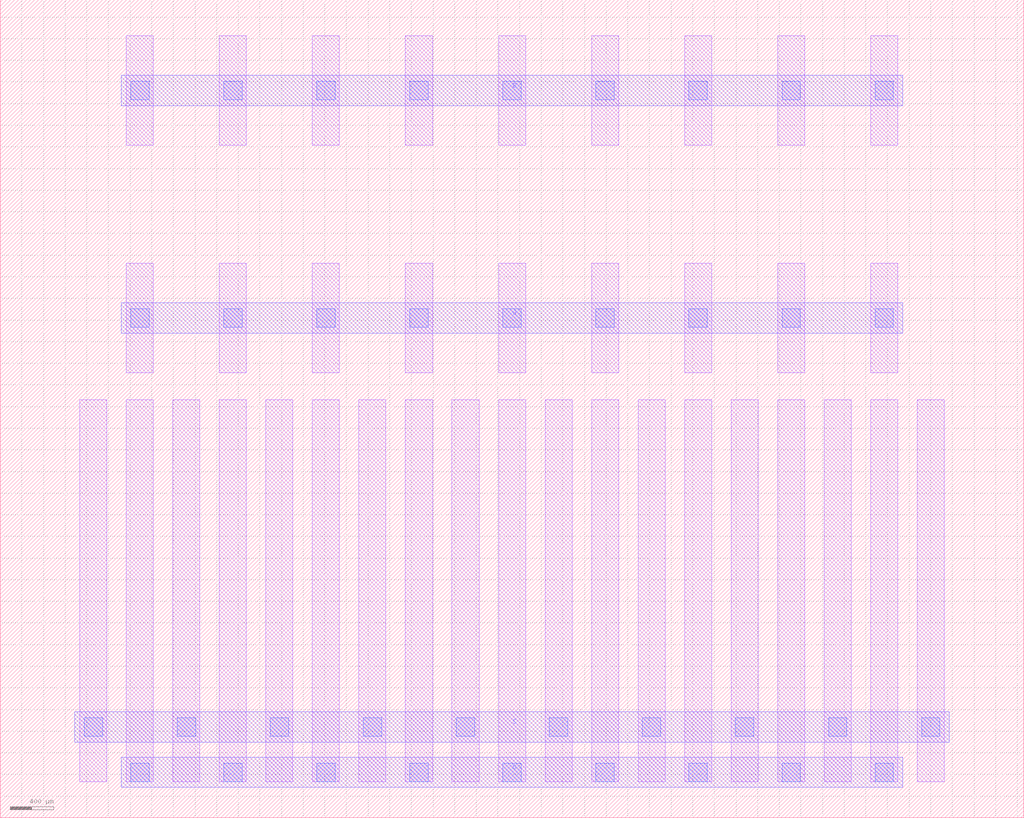
<source format=lef>
MACRO NMOS_4T_21307866_X9_Y1
  UNITS 
    DATABASE MICRONS UNITS 1000;
  END UNITS 
  ORIGIN 0 0 ;
  FOREIGN NMOS_4T_21307866_X9_Y1 0 0 ;
  SIZE 9460 BY 7560 ;
  PIN B
    DIRECTION INOUT ;
    USE SIGNAL ;
    PORT
      LAYER M2 ;
        RECT 1120 6580 8340 6860 ;
    END
  END B
  PIN D
    DIRECTION INOUT ;
    USE SIGNAL ;
    PORT
      LAYER M2 ;
        RECT 1120 280 8340 560 ;
    END
  END D
  PIN G
    DIRECTION INOUT ;
    USE SIGNAL ;
    PORT
      LAYER M2 ;
        RECT 1120 4480 8340 4760 ;
    END
  END G
  PIN S
    DIRECTION INOUT ;
    USE SIGNAL ;
    PORT
      LAYER M2 ;
        RECT 690 700 8770 980 ;
    END
  END S
  OBS
    LAYER M1 ;
      RECT 1165 335 1415 3865 ;
    LAYER M1 ;
      RECT 1165 4115 1415 5125 ;
    LAYER M1 ;
      RECT 1165 6215 1415 7225 ;
    LAYER M1 ;
      RECT 735 335 985 3865 ;
    LAYER M1 ;
      RECT 1595 335 1845 3865 ;
    LAYER M1 ;
      RECT 2025 335 2275 3865 ;
    LAYER M1 ;
      RECT 2025 4115 2275 5125 ;
    LAYER M1 ;
      RECT 2025 6215 2275 7225 ;
    LAYER M1 ;
      RECT 2455 335 2705 3865 ;
    LAYER M1 ;
      RECT 2885 335 3135 3865 ;
    LAYER M1 ;
      RECT 2885 4115 3135 5125 ;
    LAYER M1 ;
      RECT 2885 6215 3135 7225 ;
    LAYER M1 ;
      RECT 3315 335 3565 3865 ;
    LAYER M1 ;
      RECT 3745 335 3995 3865 ;
    LAYER M1 ;
      RECT 3745 4115 3995 5125 ;
    LAYER M1 ;
      RECT 3745 6215 3995 7225 ;
    LAYER M1 ;
      RECT 4175 335 4425 3865 ;
    LAYER M1 ;
      RECT 4605 335 4855 3865 ;
    LAYER M1 ;
      RECT 4605 4115 4855 5125 ;
    LAYER M1 ;
      RECT 4605 6215 4855 7225 ;
    LAYER M1 ;
      RECT 5035 335 5285 3865 ;
    LAYER M1 ;
      RECT 5465 335 5715 3865 ;
    LAYER M1 ;
      RECT 5465 4115 5715 5125 ;
    LAYER M1 ;
      RECT 5465 6215 5715 7225 ;
    LAYER M1 ;
      RECT 5895 335 6145 3865 ;
    LAYER M1 ;
      RECT 6325 335 6575 3865 ;
    LAYER M1 ;
      RECT 6325 4115 6575 5125 ;
    LAYER M1 ;
      RECT 6325 6215 6575 7225 ;
    LAYER M1 ;
      RECT 6755 335 7005 3865 ;
    LAYER M1 ;
      RECT 7185 335 7435 3865 ;
    LAYER M1 ;
      RECT 7185 4115 7435 5125 ;
    LAYER M1 ;
      RECT 7185 6215 7435 7225 ;
    LAYER M1 ;
      RECT 7615 335 7865 3865 ;
    LAYER M1 ;
      RECT 8045 335 8295 3865 ;
    LAYER M1 ;
      RECT 8045 4115 8295 5125 ;
    LAYER M1 ;
      RECT 8045 6215 8295 7225 ;
    LAYER M1 ;
      RECT 8475 335 8725 3865 ;
    LAYER V1 ;
      RECT 1205 335 1375 505 ;
    LAYER V1 ;
      RECT 1205 4535 1375 4705 ;
    LAYER V1 ;
      RECT 1205 6635 1375 6805 ;
    LAYER V1 ;
      RECT 2065 335 2235 505 ;
    LAYER V1 ;
      RECT 2065 4535 2235 4705 ;
    LAYER V1 ;
      RECT 2065 6635 2235 6805 ;
    LAYER V1 ;
      RECT 2925 335 3095 505 ;
    LAYER V1 ;
      RECT 2925 4535 3095 4705 ;
    LAYER V1 ;
      RECT 2925 6635 3095 6805 ;
    LAYER V1 ;
      RECT 3785 335 3955 505 ;
    LAYER V1 ;
      RECT 3785 4535 3955 4705 ;
    LAYER V1 ;
      RECT 3785 6635 3955 6805 ;
    LAYER V1 ;
      RECT 4645 335 4815 505 ;
    LAYER V1 ;
      RECT 4645 4535 4815 4705 ;
    LAYER V1 ;
      RECT 4645 6635 4815 6805 ;
    LAYER V1 ;
      RECT 5505 335 5675 505 ;
    LAYER V1 ;
      RECT 5505 4535 5675 4705 ;
    LAYER V1 ;
      RECT 5505 6635 5675 6805 ;
    LAYER V1 ;
      RECT 6365 335 6535 505 ;
    LAYER V1 ;
      RECT 6365 4535 6535 4705 ;
    LAYER V1 ;
      RECT 6365 6635 6535 6805 ;
    LAYER V1 ;
      RECT 7225 335 7395 505 ;
    LAYER V1 ;
      RECT 7225 4535 7395 4705 ;
    LAYER V1 ;
      RECT 7225 6635 7395 6805 ;
    LAYER V1 ;
      RECT 8085 335 8255 505 ;
    LAYER V1 ;
      RECT 8085 4535 8255 4705 ;
    LAYER V1 ;
      RECT 8085 6635 8255 6805 ;
    LAYER V1 ;
      RECT 775 755 945 925 ;
    LAYER V1 ;
      RECT 1635 755 1805 925 ;
    LAYER V1 ;
      RECT 2495 755 2665 925 ;
    LAYER V1 ;
      RECT 3355 755 3525 925 ;
    LAYER V1 ;
      RECT 4215 755 4385 925 ;
    LAYER V1 ;
      RECT 5075 755 5245 925 ;
    LAYER V1 ;
      RECT 5935 755 6105 925 ;
    LAYER V1 ;
      RECT 6795 755 6965 925 ;
    LAYER V1 ;
      RECT 7655 755 7825 925 ;
    LAYER V1 ;
      RECT 8515 755 8685 925 ;
  END
END NMOS_4T_21307866_X9_Y1

</source>
